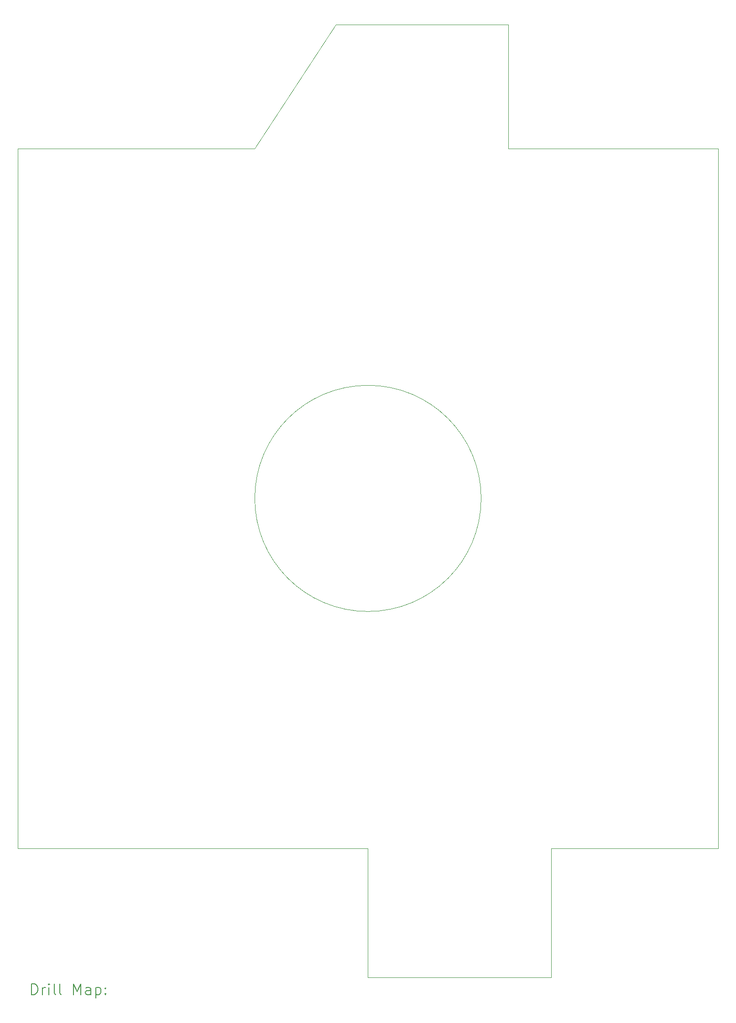
<source format=gbr>
%TF.GenerationSoftware,KiCad,Pcbnew,9.0.3-9.0.3-0~ubuntu24.04.1*%
%TF.CreationDate,2025-08-16T22:58:57+09:00*%
%TF.ProjectId,floppy-head-protector,666c6f70-7079-42d6-9865-61642d70726f,0-1*%
%TF.SameCoordinates,Original*%
%TF.FileFunction,Drillmap*%
%TF.FilePolarity,Positive*%
%FSLAX45Y45*%
G04 Gerber Fmt 4.5, Leading zero omitted, Abs format (unit mm)*
G04 Created by KiCad (PCBNEW 9.0.3-9.0.3-0~ubuntu24.04.1) date 2025-08-16 22:58:57*
%MOMM*%
%LPD*%
G01*
G04 APERTURE LIST*
%ADD10C,0.050000*%
%ADD11C,0.200000*%
G04 APERTURE END LIST*
D10*
X10500000Y-19400000D02*
X13900000Y-19400000D01*
X10500000Y-17000000D02*
X10500000Y-19400000D01*
X13100000Y-4000000D02*
X17000000Y-4000000D01*
X13900000Y-17000000D02*
X13900000Y-19400000D01*
X8400000Y-4000000D02*
X9900000Y-1700000D01*
X13100000Y-4000000D02*
X13100000Y-1700000D01*
X4000000Y-4000000D02*
X4000000Y-17000000D01*
X9900000Y-1700000D02*
X13100000Y-1700000D01*
X12600000Y-10500000D02*
G75*
G02*
X8400000Y-10500000I-2100000J0D01*
G01*
X8400000Y-10500000D02*
G75*
G02*
X12600000Y-10500000I2100000J0D01*
G01*
X4000000Y-17000000D02*
X10500000Y-17000000D01*
X4000000Y-4000000D02*
X8400000Y-4000000D01*
X13900000Y-17000000D02*
X17000000Y-17000000D01*
X17000000Y-4000000D02*
X17000000Y-17000000D01*
D11*
X4258277Y-19713984D02*
X4258277Y-19513984D01*
X4258277Y-19513984D02*
X4305896Y-19513984D01*
X4305896Y-19513984D02*
X4334467Y-19523508D01*
X4334467Y-19523508D02*
X4353515Y-19542555D01*
X4353515Y-19542555D02*
X4363039Y-19561603D01*
X4363039Y-19561603D02*
X4372563Y-19599698D01*
X4372563Y-19599698D02*
X4372563Y-19628270D01*
X4372563Y-19628270D02*
X4363039Y-19666365D01*
X4363039Y-19666365D02*
X4353515Y-19685412D01*
X4353515Y-19685412D02*
X4334467Y-19704460D01*
X4334467Y-19704460D02*
X4305896Y-19713984D01*
X4305896Y-19713984D02*
X4258277Y-19713984D01*
X4458277Y-19713984D02*
X4458277Y-19580650D01*
X4458277Y-19618746D02*
X4467801Y-19599698D01*
X4467801Y-19599698D02*
X4477324Y-19590174D01*
X4477324Y-19590174D02*
X4496372Y-19580650D01*
X4496372Y-19580650D02*
X4515420Y-19580650D01*
X4582086Y-19713984D02*
X4582086Y-19580650D01*
X4582086Y-19513984D02*
X4572563Y-19523508D01*
X4572563Y-19523508D02*
X4582086Y-19533031D01*
X4582086Y-19533031D02*
X4591610Y-19523508D01*
X4591610Y-19523508D02*
X4582086Y-19513984D01*
X4582086Y-19513984D02*
X4582086Y-19533031D01*
X4705896Y-19713984D02*
X4686848Y-19704460D01*
X4686848Y-19704460D02*
X4677324Y-19685412D01*
X4677324Y-19685412D02*
X4677324Y-19513984D01*
X4810658Y-19713984D02*
X4791610Y-19704460D01*
X4791610Y-19704460D02*
X4782086Y-19685412D01*
X4782086Y-19685412D02*
X4782086Y-19513984D01*
X5039229Y-19713984D02*
X5039229Y-19513984D01*
X5039229Y-19513984D02*
X5105896Y-19656841D01*
X5105896Y-19656841D02*
X5172563Y-19513984D01*
X5172563Y-19513984D02*
X5172563Y-19713984D01*
X5353515Y-19713984D02*
X5353515Y-19609222D01*
X5353515Y-19609222D02*
X5343991Y-19590174D01*
X5343991Y-19590174D02*
X5324944Y-19580650D01*
X5324944Y-19580650D02*
X5286848Y-19580650D01*
X5286848Y-19580650D02*
X5267801Y-19590174D01*
X5353515Y-19704460D02*
X5334467Y-19713984D01*
X5334467Y-19713984D02*
X5286848Y-19713984D01*
X5286848Y-19713984D02*
X5267801Y-19704460D01*
X5267801Y-19704460D02*
X5258277Y-19685412D01*
X5258277Y-19685412D02*
X5258277Y-19666365D01*
X5258277Y-19666365D02*
X5267801Y-19647317D01*
X5267801Y-19647317D02*
X5286848Y-19637793D01*
X5286848Y-19637793D02*
X5334467Y-19637793D01*
X5334467Y-19637793D02*
X5353515Y-19628270D01*
X5448753Y-19580650D02*
X5448753Y-19780650D01*
X5448753Y-19590174D02*
X5467801Y-19580650D01*
X5467801Y-19580650D02*
X5505896Y-19580650D01*
X5505896Y-19580650D02*
X5524944Y-19590174D01*
X5524944Y-19590174D02*
X5534467Y-19599698D01*
X5534467Y-19599698D02*
X5543991Y-19618746D01*
X5543991Y-19618746D02*
X5543991Y-19675889D01*
X5543991Y-19675889D02*
X5534467Y-19694936D01*
X5534467Y-19694936D02*
X5524944Y-19704460D01*
X5524944Y-19704460D02*
X5505896Y-19713984D01*
X5505896Y-19713984D02*
X5467801Y-19713984D01*
X5467801Y-19713984D02*
X5448753Y-19704460D01*
X5629705Y-19694936D02*
X5639229Y-19704460D01*
X5639229Y-19704460D02*
X5629705Y-19713984D01*
X5629705Y-19713984D02*
X5620182Y-19704460D01*
X5620182Y-19704460D02*
X5629705Y-19694936D01*
X5629705Y-19694936D02*
X5629705Y-19713984D01*
X5629705Y-19590174D02*
X5639229Y-19599698D01*
X5639229Y-19599698D02*
X5629705Y-19609222D01*
X5629705Y-19609222D02*
X5620182Y-19599698D01*
X5620182Y-19599698D02*
X5629705Y-19590174D01*
X5629705Y-19590174D02*
X5629705Y-19609222D01*
M02*

</source>
